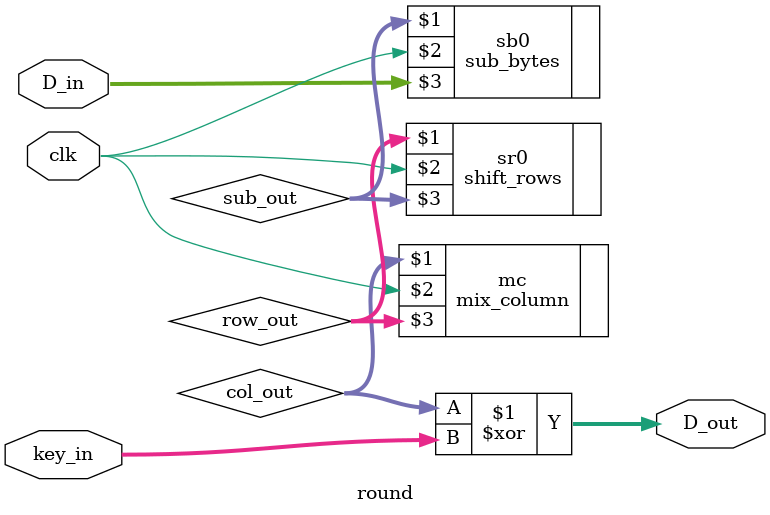
<source format=sv>
`timescale 1 ns / 1 ps

module round (D_out, clk, D_in, key_in);

    output [127:0] D_out;
    input [127:0] D_in, key_in;
    input clk;

	wire [127:0] sub_out, row_out, col_out;

	sub_bytes sb0(sub_out, clk, D_in);
	shift_rows sr0(row_out, clk, sub_out);
	mix_column mc(col_out, clk, row_out);
	assign D_out = col_out^key_in;

endmodule
</source>
